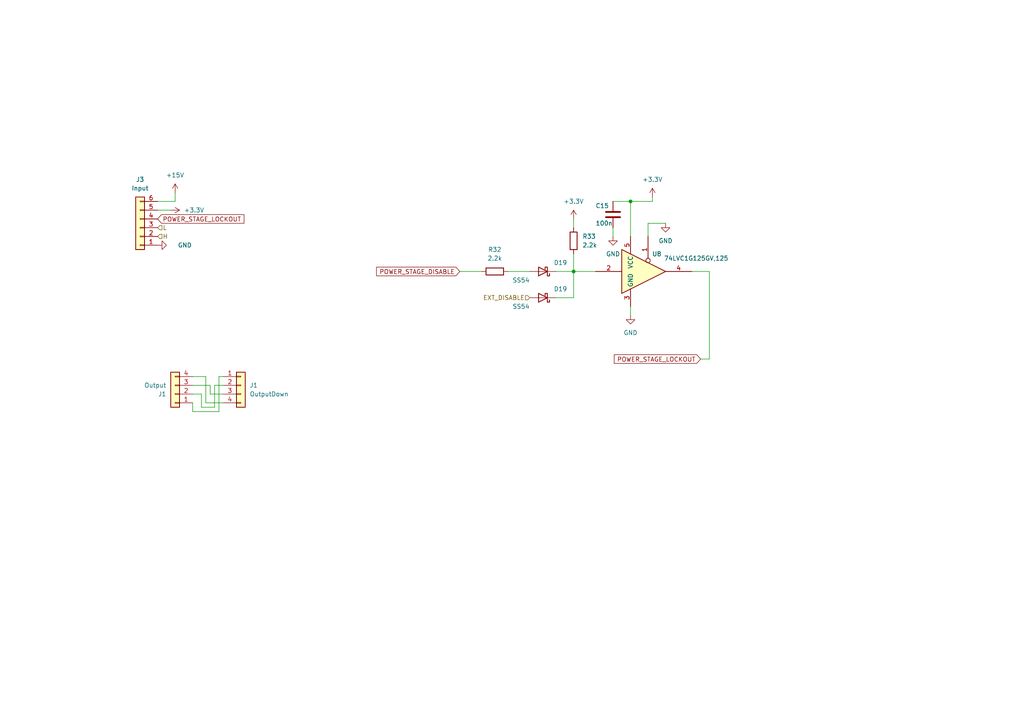
<source format=kicad_sch>
(kicad_sch (version 20230121) (generator eeschema)
  (paper "A4")
  (lib_symbols
    (symbol "74xGxx:74LVC1G125"
      (property "Reference" "U" (at -10.16 7.62 0))
      (property "Value" "74LVC1G125" (at 2.54 -7.62 0))
      (symbol "74LVC1G125_0_1"
        (polyline (pts (xy -7.62 6.35) (xy -7.62 -6.35) (xy 5.08 0) (xy -7.62 6.35)) (stroke (width 0.254)) (fill (type background)))
      )
      (symbol "74LVC1G125_1_1"
        (pin input inverted (at 0 10.16 270) (length 7.62) (name "~") (number "1"))
        (pin input line (at -15.24 0 0) (length 7.62) (name "~") (number "2"))
        (pin power_in line (at -5.08 -10.16 90) (length 5.08) (name "GND") (number "3"))
        (pin tri_state line (at 12.7 0 180) (length 7.62) (name "~") (number "4"))
        (pin power_in line (at -5.08 10.16 270) (length 5.08) (name "VCC") (number "5"))
      )
    )
    (symbol "Connector_Generic:Conn_01x04" (pin_names (offset 1.016) hide)
      (property "Reference" "J" (at 0 5.08 0))
      (property "Value" "Conn_01x04" (at 0 -7.62 0))
      (symbol "Conn_01x04_1_1"
        (rectangle (start -1.27 -4.953) (end 0 -5.207) (stroke (width 0.1524)))
        (rectangle (start -1.27 -2.413) (end 0 -2.667) (stroke (width 0.1524)))
        (rectangle (start -1.27 0.127) (end 0 -0.127) (stroke (width 0.1524)))
        (rectangle (start -1.27 2.667) (end 0 2.413) (stroke (width 0.1524)))
        (rectangle (start -1.27 3.81) (end 1.27 -6.35) (stroke (width 0.254)) (fill (type background)))
        (pin passive line (at -5.08 2.54 0) (length 3.81) (name "Pin_1") (number "1"))
        (pin passive line (at -5.08 0 0) (length 3.81) (name "Pin_2") (number "2"))
        (pin passive line (at -5.08 -2.54 0) (length 3.81) (name "Pin_3") (number "3"))
        (pin passive line (at -5.08 -5.08 0) (length 3.81) (name "Pin_4") (number "4"))
      )
    )
    (symbol "Connector_Generic:Conn_01x06" (pin_names (offset 1.016) hide)
      (property "Reference" "J" (at 0 7.62 0))
      (property "Value" "Conn_01x06" (at 0 -10.16 0))
      (symbol "Conn_01x06_1_1"
        (rectangle (start -1.27 -7.493) (end 0 -7.747) (stroke (width 0.1524)))
        (rectangle (start -1.27 -4.953) (end 0 -5.207) (stroke (width 0.1524)))
        (rectangle (start -1.27 -2.413) (end 0 -2.667) (stroke (width 0.1524)))
        (rectangle (start -1.27 0.127) (end 0 -0.127) (stroke (width 0.1524)))
        (rectangle (start -1.27 2.667) (end 0 2.413) (stroke (width 0.1524)))
        (rectangle (start -1.27 5.207) (end 0 4.953) (stroke (width 0.1524)))
        (rectangle (start -1.27 6.35) (end 1.27 -8.89) (stroke (width 0.254)) (fill (type background)))
        (pin passive line (at -5.08 5.08 0) (length 3.81) (name "Pin_1") (number "1"))
        (pin passive line (at -5.08 2.54 0) (length 3.81) (name "Pin_2") (number "2"))
        (pin passive line (at -5.08 0 0) (length 3.81) (name "Pin_3") (number "3"))
        (pin passive line (at -5.08 -2.54 0) (length 3.81) (name "Pin_4") (number "4"))
        (pin passive line (at -5.08 -5.08 0) (length 3.81) (name "Pin_5") (number "5"))
        (pin passive line (at -5.08 -7.62 0) (length 3.81) (name "Pin_6") (number "6"))
      )
    )
    (symbol "Device:C" (pin_numbers hide) (pin_names (offset 0.254))
      (property "Reference" "C" (at 0.635 2.54 0))
      (property "Value" "C" (at 0.635 -2.54 0))
      (symbol "C_0_1"
        (polyline (pts (xy -2.032 -0.762) (xy 2.032 -0.762)) (stroke (width 0.508)))
        (polyline (pts (xy -2.032 0.762) (xy 2.032 0.762)) (stroke (width 0.508)))
      )
      (symbol "C_1_1"
        (pin passive line (at 0 3.81 270) (length 2.794) (name "~") (number "1"))
        (pin passive line (at 0 -3.81 90) (length 2.794) (name "~") (number "2"))
      )
    )
    (symbol "Device:D_Schottky" (pin_numbers hide) (pin_names (offset 1.016) hide)
      (property "Reference" "D" (at 0 2.54 0))
      (property "Value" "D_Schottky" (at 0 -2.54 0))
      (symbol "D_Schottky_0_1"
        (polyline (pts (xy 1.27 0) (xy -1.27 0)))
        (polyline (pts (xy 1.27 1.27) (xy 1.27 -1.27) (xy -1.27 0) (xy 1.27 1.27)) (stroke (width 0.254)))
        (polyline (pts (xy -1.905 0.635) (xy -1.905 1.27) (xy -1.27 1.27) (xy -1.27 -1.27) (xy -0.635 -1.27) (xy -0.635 -0.635)) (stroke (width 0.254)))
      )
      (symbol "D_Schottky_1_1"
        (pin passive line (at -3.81 0 0) (length 2.54) (name "K") (number "1"))
        (pin passive line (at 3.81 0 180) (length 2.54) (name "A") (number "2"))
      )
    )
    (symbol "Device:R" (pin_numbers hide) (pin_names (offset 0))
      (property "Reference" "R" (at 2.032 0 90))
      (property "Value" "R" (at 0 0 90))
      (symbol "R_0_1"
        (rectangle (start -1.016 -2.54) (end 1.016 2.54) (stroke (width 0.254)))
      )
      (symbol "R_1_1"
        (pin passive line (at 0 3.81 270) (length 1.27) (name "~") (number "1"))
        (pin passive line (at 0 -3.81 90) (length 1.27) (name "~") (number "2"))
      )
    )
    (symbol "power:+15V" (power) (pin_names (offset 0))
      (property "Value" "+15V" (at 0 3.556 0))
      (symbol "+15V_0_1"
        (polyline (pts (xy -0.762 1.27) (xy 0 2.54)))
        (polyline (pts (xy 0 0) (xy 0 2.54)))
        (polyline (pts (xy 0 2.54) (xy 0.762 1.27)))
      )
      (symbol "+15V_1_1"
        (pin power_in line (at 0 0 90) (length 0) hide (name "+15V") (number "1"))
      )
    )
    (symbol "power:+3.3V" (power) (pin_names (offset 0))
      (property "Value" "+3.3V" (at 0 3.556 0))
      (symbol "+3.3V_0_1"
        (polyline (pts (xy -0.762 1.27) (xy 0 2.54)))
        (polyline (pts (xy 0 0) (xy 0 2.54)))
        (polyline (pts (xy 0 2.54) (xy 0.762 1.27)))
      )
      (symbol "+3.3V_1_1"
        (pin power_in line (at 0 0 90) (length 0) hide (name "+3.3V") (number "1"))
      )
    )
    (symbol "power:GND" (power) (pin_names (offset 0))
      (property "Value" "GND" (at 0 -3.81 0))
      (symbol "GND_0_1"
        (polyline (pts (xy 0 0) (xy 0 -1.27) (xy 1.27 -1.27) (xy 0 -2.54) (xy -1.27 -1.27) (xy 0 -1.27)))
      )
      (symbol "GND_1_1"
        (pin power_in line (at 0 0 270) (length 0) hide (name "GND") (number "1"))
      )
    )
  )
  (junction (at 182.88 58.42))
  (junction (at 166.37 78.74))
  (wire (pts (xy 62.23 111.76) (xy 62.23 118.11)))
  (wire (pts (xy 205.74 104.14) (xy 205.74 78.74)))
  (wire (pts (xy 50.8 58.42) (xy 45.72 58.42)))
  (wire (pts (xy 161.29 86.36) (xy 166.37 86.36)))
  (wire (pts (xy 166.37 73.66) (xy 166.37 78.74)))
  (wire (pts (xy 166.37 86.36) (xy 166.37 78.74)))
  (wire (pts (xy 58.42 118.11) (xy 58.42 114.3)))
  (wire (pts (xy 45.72 60.96) (xy 49.53 60.96)))
  (wire (pts (xy 133.35 78.74) (xy 139.7 78.74)))
  (wire (pts (xy 182.88 58.42) (xy 182.88 68.58)))
  (wire (pts (xy 50.8 55.88) (xy 50.8 58.42)))
  (wire (pts (xy 64.77 111.76) (xy 62.23 111.76)))
  (wire (pts (xy 205.74 78.74) (xy 200.66 78.74)))
  (wire (pts (xy 64.77 114.3) (xy 60.96 114.3)))
  (wire (pts (xy 60.96 114.3) (xy 60.96 111.76)))
  (wire (pts (xy 147.32 78.74) (xy 153.67 78.74)))
  (wire (pts (xy 182.88 88.9) (xy 182.88 91.44)))
  (wire (pts (xy 177.8 66.04) (xy 177.8 68.58)))
  (wire (pts (xy 166.37 78.74) (xy 172.72 78.74)))
  (wire (pts (xy 203.2 104.14) (xy 205.74 104.14)))
  (wire (pts (xy 55.88 119.38) (xy 55.88 116.84)))
  (wire (pts (xy 189.23 58.42) (xy 182.88 58.42)))
  (wire (pts (xy 193.04 64.77) (xy 187.96 64.77)))
  (wire (pts (xy 166.37 63.5) (xy 166.37 66.04)))
  (wire (pts (xy 161.29 78.74) (xy 166.37 78.74)))
  (wire (pts (xy 64.77 109.22) (xy 63.5 109.22)))
  (wire (pts (xy 62.23 118.11) (xy 58.42 118.11)))
  (wire (pts (xy 187.96 64.77) (xy 187.96 68.58)))
  (wire (pts (xy 58.42 114.3) (xy 55.88 114.3)))
  (wire (pts (xy 189.23 57.15) (xy 189.23 58.42)))
  (wire (pts (xy 63.5 119.38) (xy 55.88 119.38)))
  (wire (pts (xy 60.96 111.76) (xy 55.88 111.76)))
  (wire (pts (xy 182.88 58.42) (xy 177.8 58.42)))
  (wire (pts (xy 64.77 116.84) (xy 59.69 116.84)))
  (wire (pts (xy 59.69 109.22) (xy 55.88 109.22)))
  (wire (pts (xy 59.69 116.84) (xy 59.69 109.22)))
  (wire (pts (xy 63.5 109.22) (xy 63.5 119.38)))
  (global_label "POWER_STAGE_DISABLE" (shape input) (at 133.35 78.74 180) (property "Intersheetrefs" "${INTERSHEET_REFS}" (effects hide)))
  (global_label "POWER_STAGE_LOCKOUT" (shape input) (at 203.2 104.14 180) (property "Intersheetrefs" "${INTERSHEET_REFS}" (effects hide)))
  (global_label "POWER_STAGE_LOCKOUT" (shape input) (at 45.72 63.5 0) (property "Intersheetrefs" "${INTERSHEET_REFS}" (effects hide)))
  (hierarchical_label "L" (shape input) (at 45.72 66.04 0))
  (hierarchical_label "EXT_DISABLE" (shape input) (at 153.67 86.36 180))
  (hierarchical_label "H" (shape input) (at 45.72 68.58 0))
  (symbol (lib_id "power:+15V") (at 50.8 55.88 0) (mirror y) (unit 1)
    (property "Reference" "#PWR089" (effects hide))
    (property "Value" "+15V" (at 50.8 50.8 0))
    (instances (project "GigaVesc" (path "" (reference "#PWR089") (unit 1)) (path "" (reference "#PWR091") (unit 1)) (path "" (reference "#PWR099") (unit 1)) (path "" (reference "#PWR0107") (unit 1))))
  )
  (symbol (lib_id "Connector_Generic:Conn_01x04") (at 50.8 114.3 180) (unit 1)
    (property "Reference" "J1" (at 48.26 114.3 0) (effects (justify left)))
    (property "Value" "Output" (at 48.26 111.76 0) (effects (justify left)))
    (property "Footprint" "Connector_PinSocket_2.54mm:PinSocket_1x04_P2.54mm_Vertical" (effects hide))
    (instances (project "Mini" (path "" (reference "J1") (unit 1))) (project "GigaVesc" (path "" (reference "J23") (unit 1)) (path "" (reference "J24") (unit 1)) (path "" (reference "J25") (unit 1))))
  )
  (symbol (lib_id "Device:D_Schottky") (at 157.48 78.74 180) (unit 1)
    (property "Reference" "D19" (at 162.56 76.2 0))
    (property "Value" "SS54" (at 151.13 81.28 0))
    (property "Footprint" "Diode_SMD:D_SMA" (effects hide))
    (property "MPN" "C22452" (effects hide))
    (instances (project "GigaVescDrivers" (path "" (reference "D19") (unit 1))) (project "GigaVesc" (path "" (reference "D3") (unit 1)) (path "" (reference "D4") (unit 1)) (path "" (reference "D5") (unit 1))))
  )
  (symbol (lib_id "74xGxx:74LVC1G125") (at 187.96 78.74 0) (unit 1)
    (property "Reference" "U8" (at 190.5 73.66 0))
    (property "Value" "74LVC1G125GV,125" (at 201.93 74.93 0))
    (property "Footprint" "Package_SO:TSOP-5_1.65x3.05mm_P0.95mm" (effects hide))
    (property "Datasheet" "https://www.ti.com/lit/ds/symlink/sn74lvc1g125.pdf" (effects hide))
    (property "MPN" "C12518" (effects hide))
    (instances (project "GigaVescDrivers" (path "" (reference "U8") (unit 1))) (project "GigaVesc" (path "" (reference "U10") (unit 1)) (path "" (reference "U11") (unit 1)) (path "" (reference "U12") (unit 1))))
  )
  (symbol (lib_id "power:+3.3V") (at 189.23 57.15 0) (unit 1)
    (property "Reference" "#PWR041" (effects hide))
    (property "Value" "+3.3V" (at 189.23 52.07 0))
    (instances (project "GigaVescDrivers" (path "" (reference "#PWR041") (unit 1))) (project "GigaVesc" (path "" (reference "#PWR095") (unit 1)) (path "" (reference "#PWR0103") (unit 1)) (path "" (reference "#PWR0111") (unit 1))))
  )
  (symbol (lib_id "Device:D_Schottky") (at 157.48 86.36 180) (unit 1)
    (property "Reference" "D19" (at 162.56 83.82 0))
    (property "Value" "SS54" (at 151.13 88.9 0))
    (property "Footprint" "Diode_SMD:D_SMA" (effects hide))
    (property "MPN" "C22452" (effects hide))
    (instances (project "GigaVescDrivers" (path "" (reference "D19") (unit 1))) (project "GigaVesc" (path "" (reference "D6") (unit 1)) (path "" (reference "D7") (unit 1)) (path "" (reference "D8") (unit 1))))
  )
  (symbol (lib_id "power:GND") (at 182.88 91.44 0) (unit 1)
    (property "Reference" "#PWR042" (effects hide))
    (property "Value" "GND" (at 182.88 96.52 0))
    (instances (project "GigaVescDrivers" (path "" (reference "#PWR042") (unit 1))) (project "GigaVesc" (path "" (reference "#PWR094") (unit 1)) (path "" (reference "#PWR0102") (unit 1)) (path "" (reference "#PWR0110") (unit 1))))
  )
  (symbol (lib_id "Device:R") (at 143.51 78.74 90) (unit 1)
    (property "Reference" "R32" (at 143.51 72.39 90))
    (property "Value" "2.2k" (at 143.51 74.93 90))
    (property "Footprint" "Resistor_SMD:R_0805_2012Metric" (effects hide))
    (property "MPN" "C17520" (effects hide))
    (instances (project "GigaVescDrivers" (path "" (reference "R32") (unit 1))) (project "GigaVesc" (path "" (reference "R31") (unit 1)) (path "" (reference "R32") (unit 1)) (path "" (reference "R34") (unit 1))))
  )
  (symbol (lib_id "Connector_Generic:Conn_01x04") (at 69.85 111.76 0) (unit 1)
    (property "Reference" "J1" (at 72.39 111.76 0) (effects (justify left)))
    (property "Value" "OutputDown" (at 72.39 114.3 0) (effects (justify left)))
    (property "Footprint" "Connector_PinHeader_2.54mm:PinHeader_1x04_P2.54mm_Vertical" (effects hide))
    (instances (project "Mini" (path "" (reference "J1") (unit 1))) (project "GigaVesc" (path "" (reference "J26") (unit 1)) (path "" (reference "J27") (unit 1)) (path "" (reference "J28") (unit 1))))
  )
  (symbol (lib_id "Device:R") (at 166.37 69.85 0) (unit 1)
    (property "Reference" "R33" (at 168.91 68.58 0) (effects (justify left)))
    (property "Value" "2.2k" (at 168.91 71.12 0) (effects (justify left)))
    (property "Footprint" "Resistor_SMD:R_0805_2012Metric" (effects hide))
    (instances (project "GigaVescDrivers" (path "" (reference "R33") (unit 1))) (project "GigaVesc" (path "" (reference "R26") (unit 1)) (path "" (reference "R33") (unit 1)) (path "" (reference "R35") (unit 1))))
  )
  (symbol (lib_id "power:GND") (at 45.72 71.12 90) (unit 1)
    (property "Reference" "#PWR011" (effects hide))
    (property "Value" "GND" (at 51.562 71.12 90) (effects (justify right)))
    (instances (project "GigaVesc" (path "" (reference "#PWR011") (unit 1)) (path "" (reference "#PWR091") (unit 1)) (path "" (reference "#PWR089") (unit 1)) (path "" (reference "#PWR097") (unit 1)) (path "" (reference "#PWR0105") (unit 1))))
  )
  (symbol (lib_id "power:+3.3V") (at 49.53 60.96 270) (mirror x) (unit 1)
    (property "Reference" "#PWR090" (effects hide))
    (property "Value" "+3.3V" (at 53.34 60.96 90) (effects (justify left)))
    (instances (project "GigaVesc" (path "" (reference "#PWR090") (unit 1)) (path "" (reference "#PWR090") (unit 1)) (path "" (reference "#PWR098") (unit 1)) (path "" (reference "#PWR0106") (unit 1))))
  )
  (symbol (lib_id "Connector_Generic:Conn_01x06") (at 40.64 66.04 180) (unit 1)
    (property "Reference" "J3" (at 40.64 52.07 0))
    (property "Value" "Input" (at 40.64 54.61 0))
    (property "Footprint" "Connector_PinSocket_2.54mm:PinSocket_1x06_P2.54mm_Vertical" (effects hide))
    (instances (project "GigaVesc" (path "" (reference "J3") (unit 1)) (path "" (reference "J3") (unit 1)) (path "" (reference "J14") (unit 1)) (path "" (reference "J16") (unit 1))))
  )
  (symbol (lib_id "power:GND") (at 193.04 64.77 0) (unit 1)
    (property "Reference" "#PWR044" (effects hide))
    (property "Value" "GND" (at 193.04 69.85 0))
    (instances (project "GigaVescDrivers" (path "" (reference "#PWR044") (unit 1))) (project "GigaVesc" (path "" (reference "#PWR096") (unit 1)) (path "" (reference "#PWR0104") (unit 1)) (path "" (reference "#PWR0112") (unit 1))))
  )
  (symbol (lib_id "Device:C") (at 177.8 62.23 0) (unit 1)
    (property "Reference" "C15" (at 172.72 59.69 0) (effects (justify left)))
    (property "Value" "100n" (at 172.72 64.77 0) (effects (justify left)))
    (property "Footprint" "Capacitor_SMD:C_0805_2012Metric" (effects hide))
    (instances (project "GigaVescDrivers" (path "" (reference "C15") (unit 1))) (project "GigaVesc" (path "" (reference "C44") (unit 1)) (path "" (reference "C45") (unit 1)) (path "" (reference "C46") (unit 1))))
  )
  (symbol (lib_id "power:+3.3V") (at 166.37 63.5 0) (unit 1)
    (property "Reference" "#PWR040" (effects hide))
    (property "Value" "+3.3V" (at 166.37 58.42 0))
    (instances (project "GigaVescDrivers" (path "" (reference "#PWR040") (unit 1))) (project "GigaVesc" (path "" (reference "#PWR092") (unit 1)) (path "" (reference "#PWR0100") (unit 1)) (path "" (reference "#PWR0108") (unit 1))))
  )
  (symbol (lib_id "power:GND") (at 177.8 68.58 0) (unit 1)
    (property "Reference" "#PWR043" (effects hide))
    (property "Value" "GND" (at 177.8 73.66 0))
    (instances (project "GigaVescDrivers" (path "" (reference "#PWR043") (unit 1))) (project "GigaVesc" (path "" (reference "#PWR093") (unit 1)) (path "" (reference "#PWR0101") (unit 1)) (path "" (reference "#PWR0109") (unit 1))))
  )
)
</source>
